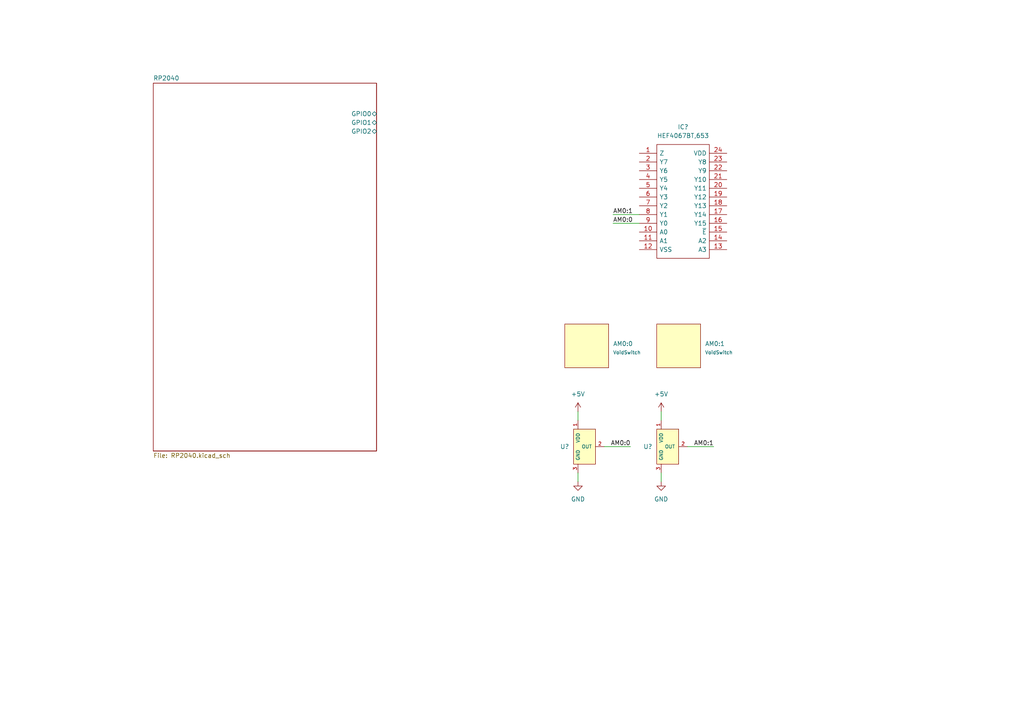
<source format=kicad_sch>
(kicad_sch (version 20211123) (generator eeschema)
  (paper "A4")
  (lib_symbols
    (symbol "49e:Hall_Sensor" (pin_names (offset 1.016))
      (property "Reference" "U?" (at -4.5212 0.9652 0))
      (symbol "Hall_Sensor_0_1"
        (rectangle (start -3.81 5.08) (end 2.54 -5.08) (fill (type background)))
      )
      (symbol "Hall_Sensor_1_1"
        (pin power_in line (at -2.54 7.62 270) (length 2.54) (name "VDD") (number "1"))
        (pin output line (at 5.08 0 180) (length 2.54) (name "OUT") (number "2"))
        (pin power_in line (at -2.54 -7.62 90) (length 2.54) (name "GND") (number "3"))
      )
    )
    (symbol "HEF4067BT_653:HEF4067BT,653" (pin_names (offset 0.762))
      (property "Reference" "IC" (at 21.59 7.62 0))
      (property "Value" "HEF4067BT,653" (at 21.59 5.08 0))
      (symbol "HEF4067BT,653_0_0"
        (pin passive line (at 0 0 0) (length 5.08) (name "Z") (number "1"))
        (pin passive line (at 0 -22.86 0) (length 5.08) (name "A0") (number "10"))
        (pin passive line (at 0 -25.4 0) (length 5.08) (name "A1") (number "11"))
        (pin passive line (at 0 -27.94 0) (length 5.08) (name "VSS") (number "12"))
        (pin passive line (at 25.4 -27.94 180) (length 5.08) (name "A3") (number "13"))
        (pin passive line (at 25.4 -25.4 180) (length 5.08) (name "A2") (number "14"))
        (pin passive line (at 25.4 -22.86 180) (length 5.08) (name "~{E}") (number "15"))
        (pin passive line (at 25.4 -20.32 180) (length 5.08) (name "Y15") (number "16"))
        (pin passive line (at 25.4 -17.78 180) (length 5.08) (name "Y14") (number "17"))
        (pin passive line (at 25.4 -15.24 180) (length 5.08) (name "Y13") (number "18"))
        (pin passive line (at 25.4 -12.7 180) (length 5.08) (name "Y12") (number "19"))
        (pin passive line (at 0 -2.54 0) (length 5.08) (name "Y7") (number "2"))
        (pin passive line (at 25.4 -10.16 180) (length 5.08) (name "Y11") (number "20"))
        (pin passive line (at 25.4 -7.62 180) (length 5.08) (name "Y10") (number "21"))
        (pin passive line (at 25.4 -5.08 180) (length 5.08) (name "Y9") (number "22"))
        (pin passive line (at 25.4 -2.54 180) (length 5.08) (name "Y8") (number "23"))
        (pin passive line (at 25.4 0 180) (length 5.08) (name "VDD") (number "24"))
        (pin passive line (at 0 -5.08 0) (length 5.08) (name "Y6") (number "3"))
        (pin passive line (at 0 -7.62 0) (length 5.08) (name "Y5") (number "4"))
        (pin passive line (at 0 -10.16 0) (length 5.08) (name "Y4") (number "5"))
        (pin passive line (at 0 -12.7 0) (length 5.08) (name "Y3") (number "6"))
        (pin passive line (at 0 -15.24 0) (length 5.08) (name "Y2") (number "7"))
        (pin passive line (at 0 -17.78 0) (length 5.08) (name "Y1") (number "8"))
        (pin passive line (at 0 -20.32 0) (length 5.08) (name "Y0") (number "9"))
      )
      (symbol "HEF4067BT,653_0_1"
        (polyline (pts (xy 5.08 2.54) (xy 20.32 2.54) (xy 20.32 -30.48) (xy 5.08 -30.48) (xy 5.08 2.54)) (stroke (width 0.1524)))
      )
    )
    (symbol "power:+5V" (power) (pin_names (offset 0))
      (property "Value" "+5V" (at 0 3.556 0))
      (symbol "+5V_0_1"
        (polyline (pts (xy -0.762 1.27) (xy 0 2.54)))
        (polyline (pts (xy 0 0) (xy 0 2.54)))
        (polyline (pts (xy 0 2.54) (xy 0.762 1.27)))
      )
      (symbol "+5V_1_1"
        (pin power_in line (at 0 0 90) (length 0) hide (name "+5V") (number "1"))
      )
    )
    (symbol "power:GND" (power) (pin_names (offset 0))
      (property "Value" "GND" (at 0 -3.81 0))
      (symbol "GND_0_1"
        (polyline (pts (xy 0 0) (xy 0 -1.27) (xy 1.27 -1.27) (xy 0 -2.54) (xy -1.27 -1.27) (xy 0 -1.27)))
      )
      (symbol "GND_1_1"
        (pin power_in line (at 0 0 270) (length 0) hide (name "GND") (number "1"))
      )
    )
    (symbol "voidswitch:VoidSwitch" (pin_names (offset 1.016)) (in_bom no)
      (property "Reference" "AM0:0" (at 0 -2.54 0))
      (property "Value" "VoidSwitch" (at 0 2.54 0))
      (symbol "VoidSwitch_0_1"
        (rectangle (start -6.35 6.35) (end 6.35 -6.35) (fill (type background)))
      )
    )
  )
  (wire (pts (xy 207.01 129.54) (xy 199.39 129.54)))
  (wire (pts (xy 182.88 129.54) (xy 175.26 129.54)))
  (wire (pts (xy 191.77 137.16) (xy 191.77 139.7)))
  (wire (pts (xy 167.64 119.38) (xy 167.64 121.92)))
  (wire (pts (xy 167.64 137.16) (xy 167.64 139.7)))
  (wire (pts (xy 191.77 119.38) (xy 191.77 121.92)))
  (wire (pts (xy 177.8 62.23) (xy 185.42 62.23)))
  (wire (pts (xy 177.8 64.77) (xy 185.42 64.77)))
  (label "AM0:1" (at 207.01 129.54 180))
  (label "AM0:0" (at 182.88 129.54 180))
  (label "AM0:1" (at 177.8 62.23 0))
  (label "AM0:0" (at 177.8 64.77 0))
  (symbol (lib_id "voidswitch:VoidSwitch") (at 196.85 100.33 0) (unit 1) (in_bom no)
    (property "Reference" "AM0:1" (at 204.47 99.6949 0) (effects (justify left)))
    (property "Value" "VoidSwitch" (at 204.47 102.2349 0) (effects (font (size 0.9906 0.9906)) (justify left)))
    (property "Footprint" "void_switch:VoidSwitch_1u_SMD" (effects hide))
    (property "NOTE" "Replace \"AM0:0\" with the actual MUX pin" (effects hide))
  )
  (symbol (lib_id "power:+5V") (at 167.64 119.38 0) (unit 1)
    (property "Reference" "#PWR?" (effects hide))
    (property "Value" "+5V" (at 167.64 114.3 0))
  )
  (symbol (lib_id "power:GND") (at 167.64 139.7 0) (unit 1)
    (property "Reference" "#PWR?" (effects hide))
    (property "Value" "GND" (at 167.64 144.78 0))
  )
  (symbol (lib_id "49e:Hall_Sensor") (at 194.31 129.54 0) (unit 1)
    (property "Reference" "U?" (at 189.23 129.5399 0) (effects (justify right)))
    (property "Value" "Hall_Sensor" (effects hide))
    (property "Footprint" "Package_TO_SOT_SMD:SOT-23" (effects hide))
    (property "LCSC Part" "C266230" (effects hide))
    (property "MPN" "GH39FKSW" (effects hide))
    (property "Notes" "Alternate part: OH49E-S (C85573)" (effects hide))
  )
  (symbol (lib_id "HEF4067BT_653:HEF4067BT,653") (at 185.42 44.45 0) (unit 1)
    (property "Reference" "IC?" (at 198.12 36.83 0))
    (property "Value" "HEF4067BT,653" (at 198.12 39.37 0))
    (property "Footprint" "SOIC127P1032X265-24N" (effects hide))
    (property "Datasheet" "https://assets.nexperia.com/documents/data-sheet/HEF4067B.pdf" (effects hide))
    (property "Description" "NEXPERIA - HEF4067BT,653 - ANALOGUE MUX/DEMUX, SINGLE, 16:1, SOIC24" (effects hide))
    (property "Height" "2.65" (effects hide))
    (property "Manufacturer_Name" "Nexperia" (effects hide))
    (property "Manufacturer_Part_Number" "HEF4067BT,653" (effects hide))
    (property "Mouser Part Number" "771-HEF4067BTD-T" (effects hide))
    (property "Mouser Price/Stock" "https://www.mouser.co.uk/ProductDetail/Nexperia/HEF4067BT653?qs=me8TqzrmIYWsXenzFFV7pg%3D%3D" (effects hide))
    (property "Arrow Part Number" "HEF4067BT,653" (effects hide))
    (property "Arrow Price/Stock" "https://www.arrow.com/en/products/hef4067bt653/nexperia" (effects hide))
  )
  (symbol (lib_id "power:+5V") (at 191.77 119.38 0) (unit 1)
    (property "Reference" "#PWR?" (effects hide))
    (property "Value" "+5V" (at 191.77 114.3 0))
  )
  (symbol (lib_id "voidswitch:VoidSwitch") (at 170.18 100.33 0) (unit 1) (in_bom no)
    (property "Reference" "AM0:0" (at 177.8 99.6949 0) (effects (justify left)))
    (property "Value" "VoidSwitch" (at 177.8 102.2349 0) (effects (font (size 0.9906 0.9906)) (justify left)))
    (property "Footprint" "void_switch:VoidSwitch_1u_SMD" (effects hide))
    (property "NOTE" "Replace \"AM0:0\" with the actual MUX pin" (effects hide))
  )
  (symbol (lib_id "49e:Hall_Sensor") (at 170.18 129.54 0) (unit 1)
    (property "Reference" "U?" (at 165.1 129.5399 0) (effects (justify right)))
    (property "Value" "Hall_Sensor" (effects hide))
    (property "Footprint" "Package_TO_SOT_SMD:SOT-23" (effects hide))
    (property "LCSC Part" "C266230" (effects hide))
    (property "MPN" "GH39FKSW" (effects hide))
    (property "Notes" "Alternate part: OH49E-S (C85573)" (effects hide))
  )
  (symbol (lib_id "power:GND") (at 191.77 139.7 0) (unit 1)
    (property "Reference" "#PWR?" (effects hide))
    (property "Value" "GND" (at 191.77 144.78 0))
  )
  (sheet (at 44.45 24.13) (size 64.77 106.68) (stroke (width 0.1524))
    (property "Sheet name" "RP2040" (at 44.45 23.4184 0) (effects (justify left bottom)))
    (property "Sheet file" "RP2040.kicad_sch" (at 44.45 131.3946 0) (effects (justify left top)))
    (pin "GPIO2" bidirectional (at 109.22 38.1 0))
    (pin "GPIO0" bidirectional (at 109.22 33.02 0))
    (pin "GPIO1" bidirectional (at 109.22 35.56 0))
  )
)
</source>
